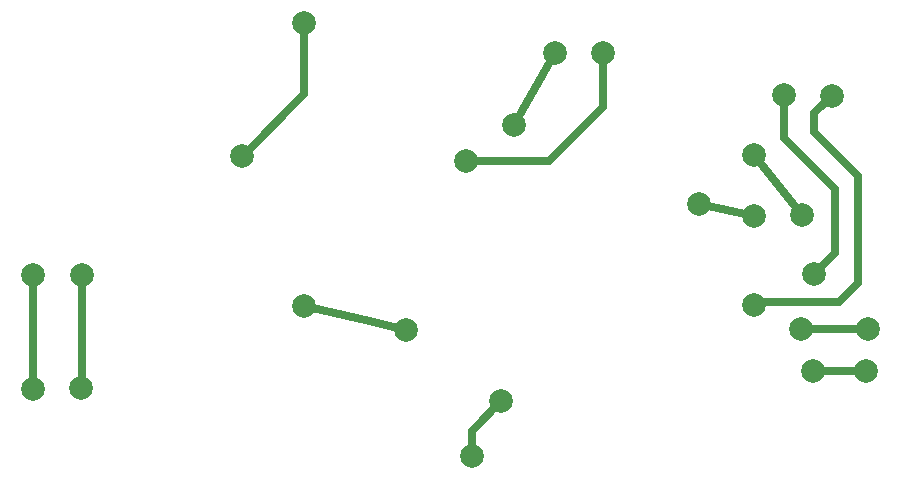
<source format=gbr>
%TF.GenerationSoftware,KiCad,Pcbnew,7.0.8*%
%TF.CreationDate,2023-12-31T22:43:44+00:00*%
%TF.ProjectId,pce-gt-controller,7063652d-6774-42d6-936f-6e74726f6c6c,BF1.1*%
%TF.SameCoordinates,Original*%
%TF.FileFunction,Copper,L2,Bot*%
%TF.FilePolarity,Positive*%
%FSLAX46Y46*%
G04 Gerber Fmt 4.6, Leading zero omitted, Abs format (unit mm)*
G04 Created by KiCad (PCBNEW 7.0.8) date 2023-12-31 22:43:44*
%MOMM*%
%LPD*%
G01*
G04 APERTURE LIST*
%TA.AperFunction,ViaPad*%
%ADD10C,2.000000*%
%TD*%
%TA.AperFunction,Conductor*%
%ADD11C,0.700000*%
%TD*%
G04 APERTURE END LIST*
D10*
%TO.N,TURBO FAST*%
X185280000Y-106210000D03*
X190890000Y-106180000D03*
%TO.N,LINK 1*%
X185320000Y-96590000D03*
X181280000Y-91510000D03*
%TO.N,LINK 2*%
X181230000Y-96660000D03*
X176650000Y-95600000D03*
%TO.N,DOWN*%
X137940000Y-91540000D03*
X143190000Y-80290000D03*
%TO.N,SELECT*%
X120250000Y-111290000D03*
X120250000Y-101640000D03*
%TO.N,RUN*%
X124350000Y-101610000D03*
X124320000Y-111240000D03*
%TO.N,II*%
X168480000Y-82870000D03*
X156910000Y-92000000D03*
%TO.N,TURBO SLOW*%
X190770000Y-109780000D03*
X159850000Y-112340000D03*
X186290000Y-109780000D03*
X151810000Y-106260000D03*
X157380000Y-116940000D03*
X143150000Y-104250000D03*
%TO.N,I*%
X160910000Y-88970000D03*
X164460000Y-82870000D03*
%TO.N,Net-(SW802-Pad2)*%
X183800000Y-86420000D03*
X186320000Y-101590000D03*
%TO.N,Net-(SW801-Pad2)*%
X187860000Y-86460000D03*
X181240000Y-104190000D03*
%TD*%
D11*
%TO.N,TURBO FAST*%
X185310000Y-106180000D02*
X185280000Y-106210000D01*
X190890000Y-106180000D02*
X185310000Y-106180000D01*
%TO.N,LINK 1*%
X185320000Y-96590000D02*
X181280000Y-91510000D01*
%TO.N,LINK 2*%
X181230000Y-96660000D02*
X176650000Y-95600000D01*
%TO.N,DOWN*%
X143190000Y-80290000D02*
X143190000Y-86320000D01*
X137970000Y-91540000D02*
X137940000Y-91540000D01*
X143190000Y-86320000D02*
X137970000Y-91540000D01*
%TO.N,SELECT*%
X120250000Y-101640000D02*
X120250000Y-111290000D01*
%TO.N,RUN*%
X124350000Y-101610000D02*
X124350000Y-111210000D01*
%TO.N,II*%
X168480000Y-82870000D02*
X168480000Y-87420000D01*
X168480000Y-87420000D02*
X163900000Y-92000000D01*
X163900000Y-92000000D02*
X156910000Y-92000000D01*
%TO.N,TURBO SLOW*%
X159850000Y-112340000D02*
X157380000Y-114810000D01*
X149110000Y-105640000D02*
X143150000Y-104250000D01*
X157380000Y-114810000D02*
X157380000Y-116940000D01*
X190770000Y-109780000D02*
X186290000Y-109780000D01*
X186280000Y-109770000D02*
X186290000Y-109780000D01*
X151810000Y-106260000D02*
X149110000Y-105640000D01*
%TO.N,I*%
X160910000Y-88970000D02*
X164460000Y-82870000D01*
%TO.N,Net-(SW802-Pad2)*%
X183800000Y-86420000D02*
X183800000Y-90010000D01*
X188110000Y-99800000D02*
X186320000Y-101590000D01*
X183800000Y-90010000D02*
X188110000Y-94320000D01*
X186320000Y-101690000D02*
X186320000Y-101590000D01*
X188110000Y-94320000D02*
X188110000Y-99800000D01*
%TO.N,Net-(SW801-Pad2)*%
X190100000Y-93230000D02*
X186370000Y-89500000D01*
X186370000Y-87950000D02*
X187860000Y-86460000D01*
X181240000Y-104190000D02*
X181550000Y-103940000D01*
X181550000Y-103940000D02*
X188510000Y-103940000D01*
X186370000Y-89500000D02*
X186370000Y-87950000D01*
X190100000Y-102350000D02*
X190100000Y-93230000D01*
X188510000Y-103940000D02*
X190100000Y-102350000D01*
%TD*%
M02*

</source>
